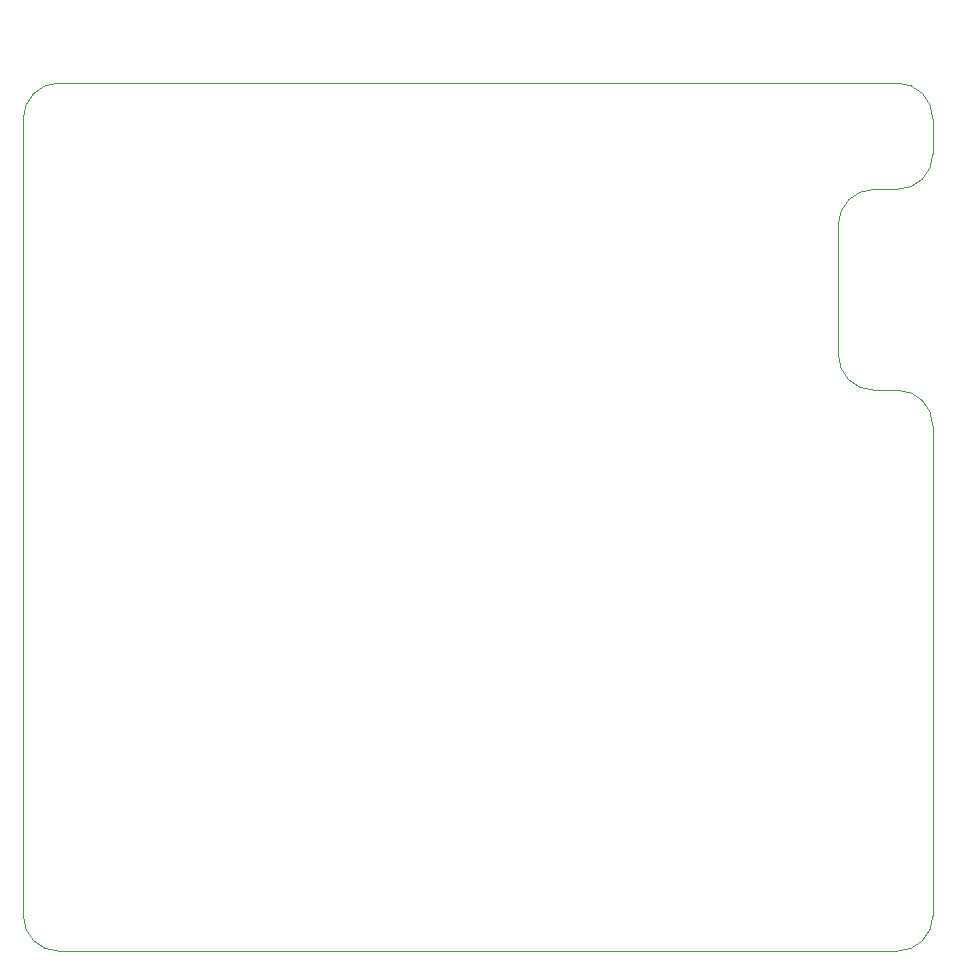
<source format=gbr>
%TF.GenerationSoftware,KiCad,Pcbnew,(6.0.4-0)*%
%TF.CreationDate,2022-09-02T16:24:51+01:00*%
%TF.ProjectId,eChook Wireless Board,6543686f-6f6b-4205-9769-72656c657373,rev?*%
%TF.SameCoordinates,Original*%
%TF.FileFunction,Profile,NP*%
%FSLAX46Y46*%
G04 Gerber Fmt 4.6, Leading zero omitted, Abs format (unit mm)*
G04 Created by KiCad (PCBNEW (6.0.4-0)) date 2022-09-02 16:24:51*
%MOMM*%
%LPD*%
G01*
G04 APERTURE LIST*
%TA.AperFunction,Profile*%
%ADD10C,0.100000*%
%TD*%
G04 APERTURE END LIST*
D10*
X120500000Y-63000000D02*
G75*
G03*
X117500000Y-66000000I0J-3000000D01*
G01*
X189500000Y-89000000D02*
X191500000Y-89000000D01*
X194500000Y-66000000D02*
X194500000Y-69000000D01*
X191500000Y-136500000D02*
X120500000Y-136500000D01*
X120500000Y-63000000D02*
X191500000Y-63000000D01*
X191500000Y-136500000D02*
G75*
G03*
X194500000Y-133500000I0J3000000D01*
G01*
X194500000Y-92000000D02*
X194500000Y-133500000D01*
X194500000Y-66000000D02*
G75*
G03*
X191500000Y-63000000I-3000000J0D01*
G01*
X191500000Y-72000000D02*
G75*
G03*
X194500000Y-69000000I0J3000000D01*
G01*
X117500000Y-133500000D02*
G75*
G03*
X120500000Y-136500000I3000000J0D01*
G01*
X117500000Y-133500000D02*
X117500000Y-66000000D01*
X189500000Y-72000000D02*
G75*
G03*
X186500000Y-75000000I0J-3000000D01*
G01*
X189500000Y-72000000D02*
X191500000Y-72000000D01*
X186500000Y-75000000D02*
X186500000Y-86000000D01*
X194500000Y-92000000D02*
G75*
G03*
X191500000Y-89000000I-3000000J0D01*
G01*
X186500000Y-86000000D02*
G75*
G03*
X189500000Y-89000000I3000000J0D01*
G01*
X165000001Y-58000000D02*
G75*
G03*
X165000001Y-58000000I-1J0D01*
G01*
M02*

</source>
